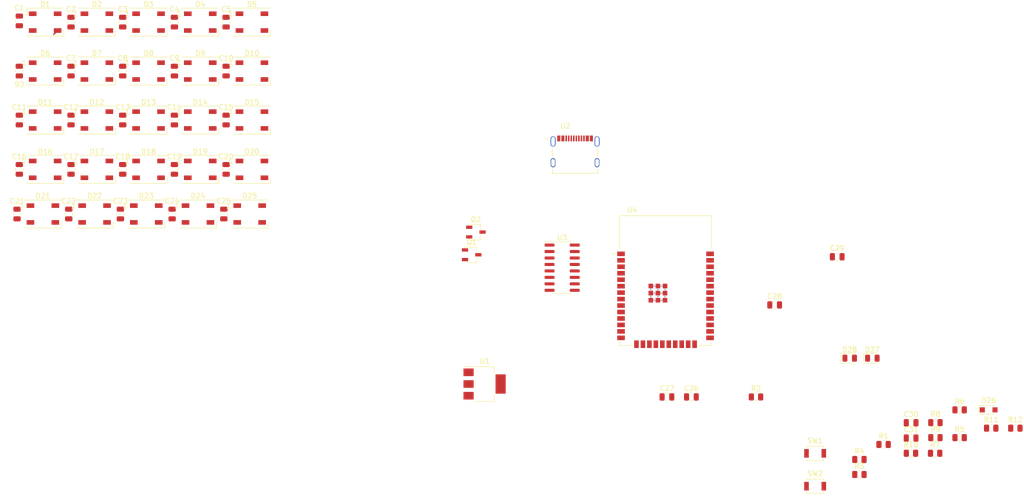
<source format=kicad_pcb>
(kicad_pcb (version 20211014) (generator pcbnew)
  (layers (0 "F.Cu" signal) (31 "B.Cu" signal) (34 "B.Paste" user) (35 "F.Paste" user) (36 "B.SilkS" user "B.Silkscreen") (37 "F.SilkS" user "F.Silkscreen") (38 "B.Mask" user) (39 "F.Mask" user) (44 "Edge.Cuts" user))
  (net 0 "")
  (net 1 "+5V")
  (net 2 "Earth")
  (net 3 "Net-(D1-Pad2)")
  (net 4 "Net-(C28-Pad1)")
  (net 5 "Net-(D2-Pad2)")
  (net 6 "Net-(D3-Pad2)")
  (net 7 "Net-(D4-Pad2)")
  (net 8 "Net-(D5-Pad2)")
  (net 9 "Net-(D6-Pad2)")
  (net 10 "Net-(D7-Pad2)")
  (net 11 "Net-(D8-Pad2)")
  (net 12 "Net-(C29-Pad1)")
  (net 13 "Net-(D10-Pad2)")
  (net 14 "Net-(D11-Pad2)")
  (net 15 "Net-(D12-Pad2)")
  (net 16 "Net-(D13-Pad2)")
  (net 17 "Net-(D14-Pad2)")
  (net 18 "Net-(D15-Pad2)")
  (net 19 "Net-(D16-Pad2)")
  (net 20 "Net-(D17-Pad2)")
  (net 21 "Net-(D18-Pad2)")
  (net 22 "Net-(D19-Pad2)")
  (net 23 "Net-(D20-Pad2)")
  (net 24 "Net-(D21-Pad2)")
  (net 25 "Net-(D22-Pad2)")
  (net 26 "Net-(D23-Pad2)")
  (net 27 "Net-(D24-Pad2)")
  (net 29 "Net-(U3-Pad13)")
  (net 30 "Net-(U3-Pad4)")
  (net 31 "GPIO2")
  (net 32 "Net-(D10-Pad4)")
  (net 33 "Net-(Q1-Pad2)")
  (net 34 "Net-(U3-Pad3)")
  (net 35 "RX")
  (net 36 "Net-(U3-Pad2)")
  (net 37 "TX")
  (net 38 "Net-(U4-Pad24)")
  (net 39 "Net-(U4-Pad25)")
  (net 51 "+3.3V")
  (net 54 "EN")
  (net 55 "Sensor_VP")
  (net 56 "Sensor_VN")
  (net 57 "IO34")
  (net 58 "IO35")
  (net 59 "IO32")
  (net 60 "IO33")
  (net 61 "IO25")
  (net 62 "IO26")
  (net 63 "IO27")
  (net 64 "IO14")
  (net 65 "IO12")
  (net 66 "IO13")
  (net 67 "IO15")
  (net 69 "IO0")
  (net 70 "IO4")
  (net 71 "IO16")
  (net 72 "IO17")
  (net 73 "IO5")
  (net 74 "IO18")
  (net 75 "IO19")
  (net 76 "IO21")
  (net 80 "IO23")
  (net 81 "UD+")
  (net 82 "UD-")
  (net 84 "DTR")
  (net 85 "Net-(Q2-Pad2)")
  (net 86 "RTS")
  (net 87 "Net-(C27-Pad2)")
  (net 88 "Net-(D27-Pad1)")
  (net 89 "IO2")
  (net 90 "Net-(D28-Pad2)")
  (footprint "Cap:Cap" (layer "F.Cu") (at 66.04 82.28 -90)
    (fp_text reference "C17")
    (fp_text value "0.1uf")
  )
  (footprint "footprints:VALCON_CSP-USC16-TR" (layer "F.Cu") (at 165.1 76.2)
    (fp_text reference "U2")
    (fp_text value "CSP-USC16-TR")
  )
  (footprint "LED_SMD:LED_WS2812B_PLCC4_5.0x5.0mm_P3.2mm" (layer "F.Cu") (at 91.44 82.28)
    (fp_text reference "D19")
    (fp_text value "WS2812B")
  )
  (footprint "Capacitor_SMD:C_0805_2012Metric" (layer "F.Cu") (at 187.96 127)
    (fp_text reference "C26")
    (fp_text value "0.1uf")
  )
  (footprint "Cap:Cap" (layer "F.Cu") (at 86.36 82.28 -90)
    (fp_text reference "C19")
    (fp_text value "0.1uf")
  )
  (footprint "Button_Switch_SMD:SW_SPST_B3U-1000P" (layer "F.Cu") (at 212.28 144.54)
    (fp_text reference "SW2")
    (fp_text value "SW_Push")
  )
  (footprint "Package_TO_SOT_SMD:SOT-223-3_TabPin2" (layer "F.Cu") (at 147.32 124.46)
    (fp_text reference "U1")
    (fp_text value "AMS1117-3.3")
  )
  (footprint "Capacitor_SMD:C_0805_2012Metric" (layer "F.Cu") (at 183.15 127)
    (fp_text reference "C27")
    (fp_text value "0.1uf")
  )
  (footprint "Cap:Cap" (layer "F.Cu") (at 76.2 72.58 -90)
    (fp_text reference "C13")
    (fp_text value "0.1uf")
  )
  (footprint "LED_SMD:LED_WS2812B_PLCC4_5.0x5.0mm_P3.2mm" (layer "F.Cu") (at 70.67 91.05)
    (fp_text reference "D22")
    (fp_text value "WS2812B")
  )
  (footprint "Resistor_SMD:R_0805_2012Metric" (layer "F.Cu") (at 240.67 135)
    (fp_text reference "R5")
    (fp_text value "1k")
  )
  (footprint "Compressed:XCVR_ESP32-WROOM-32E_(16MB)" (layer "F.Cu") (at 182.88 104.14)
    (fp_text reference "U4")
    (fp_text value "ESP32-WROOM-32E_(16MB)")
  )
  (footprint "Resistor_SMD:R_0805_2012Metric" (layer "F.Cu") (at 231.11 138.07)
    (fp_text reference "R10")
    (fp_text value "10k")
  )
  (footprint "Cap:Cap" (layer "F.Cu") (at 66.04 72.58 -90)
    (fp_text reference "C12")
    (fp_text value "0.1uf")
  )
  (footprint "LED_SMD:LED_WS2812B_PLCC4_5.0x5.0mm_P3.2mm" (layer "F.Cu") (at 101.15 91.05)
    (fp_text reference "D25")
    (fp_text value "WS2812B")
  )
  (footprint "Resistor_SMD:R_0805_2012Metric" (layer "F.Cu") (at 235.92 132.05)
    (fp_text reference "R8")
    (fp_text value "10k")
  )
  (footprint "Resistor_SMD:R_0805_2012Metric" (layer "F.Cu") (at 220.98 142.24)
    (fp_text reference "R3")
    (fp_text value "10k")
  )
  (footprint "LED_SMD:LED_0805_2012Metric" (layer "F.Cu") (at 223.52 119.38)
    (fp_text reference "D27")
    (fp_text value "Red")
  )
  (footprint "Cap:Cap" (layer "F.Cu") (at 96.07 91.05 -90)
    (fp_text reference "C25")
    (fp_text value "0.1uf")
  )
  (footprint "Resistor_SMD:R_0805_2012Metric" (layer "F.Cu") (at 251.63 133.14)
    (fp_text reference "R12")
    (fp_text value "470")
  )
  (footprint "Resistor_SMD:R_0805_2012Metric" (layer "F.Cu") (at 225.73 136.34)
    (fp_text reference "R1")
    (fp_text value "470")
  )
  (footprint "Cap:Cap" (layer "F.Cu") (at 86.36 62.96 -90)
    (fp_text reference "C9")
    (fp_text value "0.1uf")
  )
  (footprint "LED_SMD:LED_WS2812B_PLCC4_5.0x5.0mm_P3.2mm" (layer "F.Cu") (at 81.28 53.34)
    (fp_text reference "D3")
    (fp_text value "WS2812B")
  )
  (footprint "Cap:Cap" (layer "F.Cu") (at 96.52 62.96 -90)
    (fp_text reference "C10")
    (fp_text value "0.1uf")
  )
  (footprint "Capacitor_SMD:C_0805_2012Metric" (layer "F.Cu") (at 204.32 108.92)
    (fp_text reference "C28")
    (fp_text value "0.1uf")
  )
  (footprint "Package_TO_SOT_SMD:TSOT-23" (layer "F.Cu") (at 145.61 94.6)
    (fp_text reference "Q2")
    (fp_text value "BC547")
  )
  (footprint "Cap:Cap" (layer "F.Cu") (at 76.2 62.96 -90)
    (fp_text reference "C8")
    (fp_text value "0.1uf")
  )
  (footprint "Resistor_SMD:R_0805_2012Metric" (layer "F.Cu") (at 235.92 135)
    (fp_text reference "R9")
    (fp_text value "10k")
  )
  (footprint "Cap:Cap" (layer "F.Cu") (at 65.59 91.05 -90)
    (fp_text reference "C22")
    (fp_text value "0.1uf")
  )
  (footprint "LED_SMD:LED_WS2812B_PLCC4_5.0x5.0mm_P3.2mm" (layer "F.Cu") (at 101.6 62.96)
    (fp_text reference "D10")
    (fp_text value "WS2812B")
  )
  (footprint "Cap:Cap" (layer "F.Cu") (at 66.04 62.96 -90)
    (fp_text reference "C7")
    (fp_text value "0.1uf")
  )
  (footprint "Capacitor_SMD:C_0805_2012Metric" (layer "F.Cu") (at 231.14 132.08)
    (fp_text reference "C30")
    (fp_text value "0.1uf")
  )
  (footprint "Package_SO:SOIC-16_3.9x9.9mm_P1.27mm" (layer "F.Cu") (at 162.56 101.6)
    (fp_text reference "U3")
    (fp_text value "CH340C")
  )
  (footprint "Cap:Cap" (layer "F.Cu") (at 96.52 82.28 -90)
    (fp_text reference "C20")
    (fp_text value "0.1uf")
  )
  (footprint "LED_SMD:LED_WS2812B_PLCC4_5.0x5.0mm_P3.2mm" (layer "F.Cu") (at 81.28 82.28)
    (fp_text reference "D18")
    (fp_text value "WS2812B")
  )
  (footprint "LED_SMD:LED_WS2812B_PLCC4_5.0x5.0mm_P3.2mm" (layer "F.Cu") (at 101.6 53.34)
    (fp_text reference "D5")
    (fp_text value "WS2812B")
  )
  (footprint "Diode_SMD:D_SOD-323_HandSoldering" (layer "F.Cu") (at 246.38 129.54)
    (fp_text reference "D26")
    (fp_text value "1N5819")
  )
  (footprint "LED_SMD:LED_WS2812B_PLCC4_5.0x5.0mm_P3.2mm" (layer "F.Cu") (at 91.44 72.58)
    (fp_text reference "D14")
    (fp_text value "WS2812B")
  )
  (footprint "Resistor_SMD:R_0805_2012Metric" (layer "F.Cu") (at 235.86 138.07)
    (fp_text reference "R7")
    (fp_text value "10k")
  )
  (footprint "LED_SMD:LED_WS2812B_PLCC4_5.0x5.0mm_P3.2mm" (layer "F.Cu") (at 90.99 91.05)
    (fp_text reference "D24")
    (fp_text value "WS2812B")
  )
  (footprint "Cap:Cap" (layer "F.Cu") (at 66.04 53.34 -90)
    (fp_text reference "C2")
    (fp_text value "0.1uf")
  )
  (footprint "LED_SMD:LED_WS2812B_PLCC4_5.0x5.0mm_P3.2mm" (layer "F.Cu") (at 101.6 72.58)
    (fp_text reference "D15")
    (fp_text value "WS2812B")
  )
  (footprint "Cap:Cap" (layer "F.Cu") (at 55.88 82.28 -90)
    (fp_text reference "C16")
    (fp_text value "0.1uf")
  )
  (footprint "LED_SMD:LED_WS2812B_PLCC4_5.0x5.0mm_P3.2mm" (layer "F.Cu") (at 60.96 82.28)
    (fp_text reference "D16")
    (fp_text value "WS2812B")
  )
  (footprint "Cap:Cap" (layer "F.Cu") (at 55.43 91.05 -90)
    (fp_text reference "C21")
    (fp_text value "0.1uf")
  )
  (footprint "Cap:Cap" (layer "F.Cu") (at 96.52 72.58 -90)
    (fp_text reference "C15")
    (fp_text value "0.1uf")
  )
  (footprint "Cap:Cap" (layer "F.Cu") (at 75.75 91.05 -90)
    (fp_text reference "C23")
    (fp_text value "0.1uf")
  )
  (footprint "Resistor_SMD:R_0805_2012Metric" (layer "F.Cu") (at 220.98 139.29)
    (fp_text reference "R4")
    (fp_text value "10k")
  )
  (footprint "Cap:Cap" (layer "F.Cu") (at 76.2 82.28 -90)
    (fp_text reference "C18")
    (fp_text value "0.1uf")
  )
  (footprint "Cap:Cap" (layer "F.Cu") (at 55.88 53.1 -90)
    (fp_text reference "C1")
    (fp_text value "0.1uf")
  )
  (footprint "LED_SMD:LED_WS2812B_PLCC4_5.0x5.0mm_P3.2mm" (layer "F.Cu") (at 60.96 72.58)
    (fp_text reference "D11")
    (fp_text value "WS2812B")
  )
  (footprint "LED_SMD:LED_WS2812B_PLCC4_5.0x5.0mm_P3.2mm" (layer "F.Cu") (at 60.96 53.34)
    (fp_text reference "D1")
    (fp_text value "WS2812B")
  )
  (footprint "LED_SMD:LED_WS2812B_PLCC4_5.0x5.0mm_P3.2mm" (layer "F.Cu") (at 71.12 53.34)
    (fp_text reference "D2")
    (fp_text value "WS2812B")
  )
  (footprint "LED_SMD:LED_WS2812B_PLCC4_5.0x5.0mm_P3.2mm" (layer "F.Cu") (at 91.44 62.96)
    (fp_text reference "D9")
    (fp_text value "WS2812B")
  )
  (footprint "Button_Switch_SMD:SW_SPST_B3U-1000P" (layer "F.Cu") (at 212.28 138.09)
    (fp_text reference "SW1")
    (fp_text value "SW_Push")
  )
  (footprint "Package_TO_SOT_SMD:TSOT-23" (layer "F.Cu") (at 144.78 99.06)
    (fp_text reference "Q1")
    (fp_text value "BC547")
  )
  (footprint "Resistor_SMD:R_0805_2012Metric" (layer "F.Cu") (at 246.88 133.14)
    (fp_text reference "R11")
    (fp_text value "1k")
  )
  (footprint "LED_SMD:LED_WS2812B_PLCC4_5.0x5.0mm_P3.2mm" (layer "F.Cu") (at 71.12 82.28)
    (fp_text reference "D17")
    (fp_text value "WS2812B")
  )
  (footprint "LED_SMD:LED_WS2812B_PLCC4_5.0x5.0mm_P3.2mm" (layer "F.Cu") (at 71.12 72.58)
    (fp_text reference "D12")
    (fp_text value "WS2812B")
  )
  (footprint "Resistor_SMD:R_0805_2012Metric" (layer "F.Cu") (at 200.66 127)
    (fp_text reference "R2")
    (fp_text value "470")
  )
  (footprint "LED_SMD:LED_WS2812B_PLCC4_5.0x5.0mm_P3.2mm" (layer "F.Cu") (at 60.51 91.05)
    (fp_text reference "D21")
    (fp_text value "WS2812B")
  )
  (footprint "Cap:Cap" (layer "F.Cu") (at 96.52 53.34 -90)
    (fp_text reference "C5")
    (fp_text value "0.1uf")
  )
  (footprint "Resistor_SMD:R_0805_2012Metric" (layer "F.Cu") (at 240.67 129.54)
    (fp_text reference "R6")
    (fp_text value "1k")
  )
  (footprint "LED_SMD:LED_WS2812B_PLCC4_5.0x5.0mm_P3.2mm" (layer "F.Cu") (at 91.44 53.34)
    (fp_text reference "D4")
    (fp_text value "WS2812B")
  )
  (footprint "Cap:Cap" (layer "F.Cu") (at 76.2 53.34 -90)
    (fp_text reference "C3")
    (fp_text value "0.1uf")
  )
  (footprint "Cap:Cap" (layer "F.Cu") (at 55.88 72.58 -90)
    (fp_text reference "C11")
    (fp_text value "0.1uf")
  )
  (footprint "Cap:Cap" (layer "F.Cu") (at 86.36 72.58 -90)
    (fp_text reference "C14")
    (fp_text value "0.1uf")
  )
  (footprint "LED_SMD:LED_WS2812B_PLCC4_5.0x5.0mm_P3.2mm" (layer "F.Cu") (at 81.28 62.96)
    (fp_text reference "D8")
    (fp_text value "WS2812B")
  )
  (footprint "LED_SMD:LED_WS2812B_PLCC4_5.0x5.0mm_P3.2mm" (layer "F.Cu") (at 101.6 82.28)
    (fp_text reference "D20")
    (fp_text value "WS2812B")
  )
  (footprint "Capacitor_SMD:C_0805_2012Metric" (layer "F.Cu") (at 231.14 135.09)
    (fp_text reference "C31")
    (fp_text value "0.1uf")
  )
  (footprint "LED_SMD:LED_WS2812B_PLCC4_5.0x5.0mm_P3.2mm" (layer "F.Cu") (at 71.12 62.96)
    (fp_text reference "D7")
    (fp_text value "WS2812B")
  )
  (footprint "LED_SMD:LED_WS2812B_PLCC4_5.0x5.0mm_P3.2mm" (layer "F.Cu") (at 81.28 72.58)
    (fp_text reference "D13")
    (fp_text value "WS2812B")
  )
  (footprint "LED_SMD:LED_0805_2012Metric" (layer "F.Cu") (at 219.07 119.38)
    (fp_text reference "D28")
    (fp_text value "Blue")
  )
  (footprint "Cap:Cap" (layer "F.Cu") (at 55.88 62.96 90)
    (fp_text reference "C6")
    (fp_text value "0.1uf")
  )
  (footprint "LED_SMD:LED_WS2812B_PLCC4_5.0x5.0mm_P3.2mm" (layer "F.Cu") (at 60.96 62.96)
    (fp_text reference "D6")
    (fp_text value "WS2812B")
  )
  (footprint "LED_SMD:LED_WS2812B_PLCC4_5.0x5.0mm_P3.2mm" (layer "F.Cu") (at 80.83 91.05)
    (fp_text reference "D23")
    (fp_text value "WS2812B")
  )
  (footprint "Cap:Cap" (layer "F.Cu") (at 86.36 53.34 -90)
    (fp_text reference "C4")
    (fp_text value "0.1uf")
  )
  (footprint "Capacitor_SMD:C_0805_2012Metric" (layer "F.Cu") (at 216.62 99.45)
    (fp_text reference "C29")
    (fp_text value "0.1uf")
  )
  (footprint "Cap:Cap" (layer "F.Cu") (at 85.91 91.05 -90)
    (fp_text reference "C24")
    (fp_text value "0.1uf")
  )
  (segment (start 62.635 55.765) (end 63.41 54.99) (width 0.25) (layer "F.Cu") (net 2))
)
</source>
